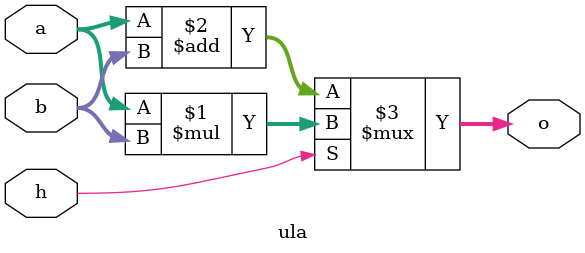
<source format=v>
module ula(
    input [15:0] a,
    input [15:0] b,
    input h,
    output [15:0] o
);

    assign o = h ? a * b : a + b;

endmodule
</source>
